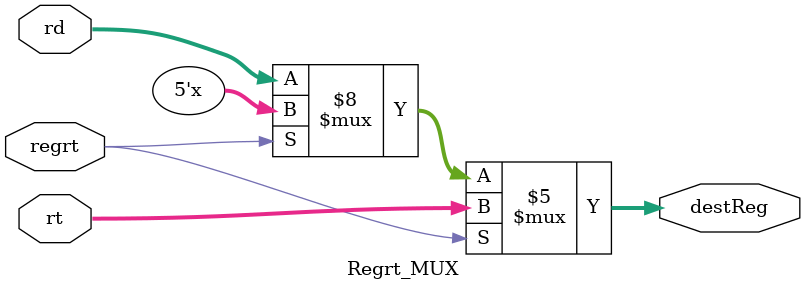
<source format=v>
`timescale 1ns / 1ps

module Regrt_MUX(
    input wire [4:0] rt,
    input wire [4:0] rd,
    input wire regrt,
    output reg [4:0] destReg
);

    always @(*) begin
        if(regrt==0)
            begin
                destReg = rd;
            end
        if(regrt==1)
            begin
                destReg = rt;
            end
    end    
endmodule

</source>
